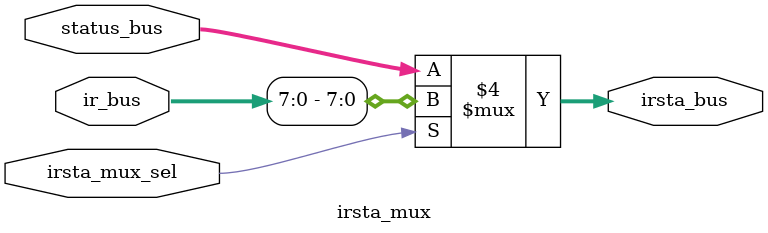
<source format=sv>
module irsta_mux(ir_bus, status_bus, irsta_mux_sel, irsta_bus);
  // I/O declaration
  input [11:0] ir_bus;          //Bus.
  input [7:0]  status_bus;      //Bus.
  input  irsta_mux_sel;         //Selector del MUX.
  output reg [7:0] irsta_bus;   //Salida MUX.

  // Description
  always @(ir_bus, status_bus, irsta_mux_sel, irsta_bus)
  begin
    if(irsta_mux_sel==1)            //Selector.
      irsta_bus = ir_bus;            
    else  
      irsta_bus = status_bus;              
  end 
endmodule
</source>
